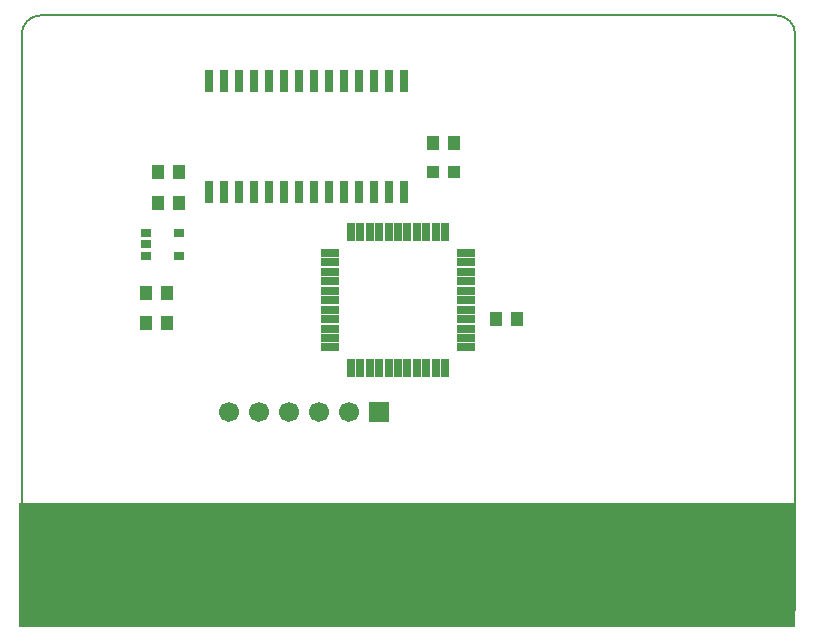
<source format=gbr>
G04 DesignSpark PCB PRO Gerber Version 10.0 Build 5299*
%FSLAX35Y35*%
%MOIN*%
%ADD114R,0.02562X0.06007*%
%ADD117R,0.02759X0.07767*%
%ADD115R,0.04140X0.04530*%
%ADD112R,0.06893X0.29728*%
%ADD102R,0.06893X0.35633*%
%ADD103R,0.06696X0.06696*%
%ADD13C,0.00500*%
%ADD116R,0.03743X0.02562*%
%ADD113R,0.06007X0.02562*%
%ADD118R,0.04491X0.04137*%
%ADD23R,2.58583X0.41339*%
%ADD104C,0.06696*%
X0Y0D02*
D02*
D13*
X142281Y8169D02*
G75*
G02*
X137001Y13449I0J5280D01*
G01*
Y204833D01*
G75*
G02*
X143251Y211083I6250J0D01*
G01*
X388594D01*
G75*
G02*
X394844Y204833I0J-6250D01*
G01*
Y13667D01*
G75*
G02*
X389347Y8169I-5497J0D01*
G01*
X142281D01*
D02*
D23*
X265548Y28005D03*
D02*
D102*
X145989Y30217D03*
X155989D03*
X165989D03*
X185989D03*
X195989D03*
X205989D03*
X215989D03*
X225989D03*
X235989D03*
X245989D03*
X255989D03*
X265989D03*
X275989D03*
X285989D03*
X295989D03*
X305989D03*
X315989D03*
X325989D03*
X335989D03*
X345989D03*
X355989D03*
X365989D03*
X375989D03*
X385989D03*
D02*
D103*
X256124Y78930D03*
D02*
D104*
X206124D03*
X216124D03*
X226124D03*
X236124D03*
X246124D03*
D02*
D112*
X175989Y33169D03*
D02*
D113*
X239855Y100430D03*
Y103580D03*
Y106729D03*
Y109879D03*
Y113028D03*
Y116178D03*
Y119328D03*
Y122477D03*
Y125627D03*
Y128776D03*
Y131926D03*
X285036Y100430D03*
Y103580D03*
Y106729D03*
Y109879D03*
Y113028D03*
Y116178D03*
Y119328D03*
Y122477D03*
Y125627D03*
Y128776D03*
Y131926D03*
D02*
D114*
X246697Y93587D03*
Y138769D03*
X249847Y93587D03*
Y138769D03*
X252996Y93587D03*
Y138769D03*
X256146Y93587D03*
Y138769D03*
X259296Y93587D03*
Y138769D03*
X262445Y93587D03*
Y138769D03*
X265595Y93587D03*
Y138769D03*
X268744Y93587D03*
Y138769D03*
X271894Y93587D03*
Y138769D03*
X275044Y93587D03*
Y138769D03*
X278193Y93587D03*
Y138769D03*
D02*
D115*
X178555Y108679D03*
Y118679D03*
X182424Y148404D03*
Y158887D03*
X185555Y108679D03*
Y118679D03*
X189424Y148404D03*
Y158887D03*
X274279Y168497D03*
X281279D03*
X294996Y109964D03*
X301996D03*
D02*
D116*
X178540Y131060D03*
Y134800D03*
Y138540D03*
X189563Y131060D03*
Y138540D03*
D02*
D117*
X199522Y152184D03*
Y189302D03*
X204522Y152184D03*
Y189302D03*
X209522Y152184D03*
Y189302D03*
X214522Y152184D03*
Y189302D03*
X219522Y152184D03*
Y189302D03*
X224522Y152184D03*
Y189302D03*
X229522Y152184D03*
Y189302D03*
X234522Y152184D03*
Y189302D03*
X239522Y152184D03*
Y189302D03*
X244522Y152184D03*
Y189302D03*
X249522Y152184D03*
Y189302D03*
X254522Y152184D03*
Y189302D03*
X259522Y152184D03*
Y189302D03*
X264522Y152184D03*
Y189302D03*
D02*
D118*
X274154Y158887D03*
X281154D03*
X0Y0D02*
M02*

</source>
